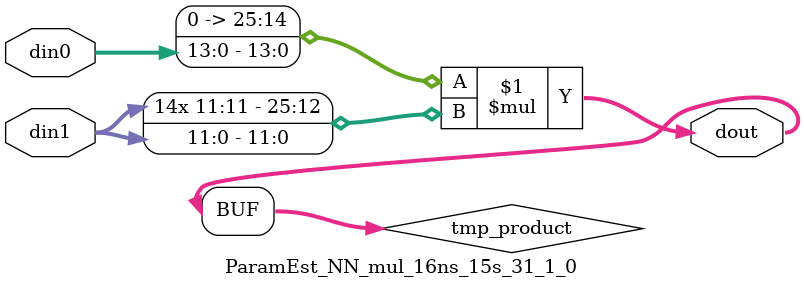
<source format=v>

`timescale 1 ns / 1 ps

  module ParamEst_NN_mul_16ns_15s_31_1_0(din0, din1, dout);
parameter ID = 1;
parameter NUM_STAGE = 0;
parameter din0_WIDTH = 14;
parameter din1_WIDTH = 12;
parameter dout_WIDTH = 26;

input [din0_WIDTH - 1 : 0] din0; 
input [din1_WIDTH - 1 : 0] din1; 
output [dout_WIDTH - 1 : 0] dout;

wire signed [dout_WIDTH - 1 : 0] tmp_product;











assign tmp_product = $signed({1'b0, din0}) * $signed(din1);










assign dout = tmp_product;







endmodule

</source>
